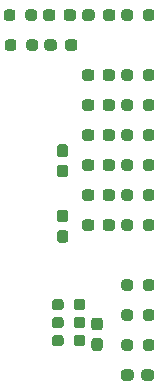
<source format=gbp>
G04 #@! TF.GenerationSoftware,KiCad,Pcbnew,5.1.12-84ad8e8a86~92~ubuntu20.04.1*
G04 #@! TF.CreationDate,2022-01-10T18:06:35+09:00*
G04 #@! TF.ProjectId,LI2026ODP,4c493230-3236-44f4-9450-2e6b69636164,rev?*
G04 #@! TF.SameCoordinates,Original*
G04 #@! TF.FileFunction,Paste,Bot*
G04 #@! TF.FilePolarity,Positive*
%FSLAX46Y46*%
G04 Gerber Fmt 4.6, Leading zero omitted, Abs format (unit mm)*
G04 Created by KiCad (PCBNEW 5.1.12-84ad8e8a86~92~ubuntu20.04.1) date 2022-01-10 18:06:35*
%MOMM*%
%LPD*%
G01*
G04 APERTURE LIST*
G04 APERTURE END LIST*
G04 #@! TO.C,C5*
G36*
G01*
X129469000Y-116602500D02*
X129469000Y-117077500D01*
G75*
G02*
X129231500Y-117315000I-237500J0D01*
G01*
X128631500Y-117315000D01*
G75*
G02*
X128394000Y-117077500I0J237500D01*
G01*
X128394000Y-116602500D01*
G75*
G02*
X128631500Y-116365000I237500J0D01*
G01*
X129231500Y-116365000D01*
G75*
G02*
X129469000Y-116602500I0J-237500D01*
G01*
G37*
G36*
G01*
X131194000Y-116602500D02*
X131194000Y-117077500D01*
G75*
G02*
X130956500Y-117315000I-237500J0D01*
G01*
X130356500Y-117315000D01*
G75*
G02*
X130119000Y-117077500I0J237500D01*
G01*
X130119000Y-116602500D01*
G75*
G02*
X130356500Y-116365000I237500J0D01*
G01*
X130956500Y-116365000D01*
G75*
G02*
X131194000Y-116602500I0J-237500D01*
G01*
G37*
G04 #@! TD*
G04 #@! TO.C,R15*
G36*
G01*
X123525000Y-113681500D02*
X123525000Y-114156500D01*
G75*
G02*
X123287500Y-114394000I-237500J0D01*
G01*
X122787500Y-114394000D01*
G75*
G02*
X122550000Y-114156500I0J237500D01*
G01*
X122550000Y-113681500D01*
G75*
G02*
X122787500Y-113444000I237500J0D01*
G01*
X123287500Y-113444000D01*
G75*
G02*
X123525000Y-113681500I0J-237500D01*
G01*
G37*
G36*
G01*
X125350000Y-113681500D02*
X125350000Y-114156500D01*
G75*
G02*
X125112500Y-114394000I-237500J0D01*
G01*
X124612500Y-114394000D01*
G75*
G02*
X124375000Y-114156500I0J237500D01*
G01*
X124375000Y-113681500D01*
G75*
G02*
X124612500Y-113444000I237500J0D01*
G01*
X125112500Y-113444000D01*
G75*
G02*
X125350000Y-113681500I0J-237500D01*
G01*
G37*
G04 #@! TD*
G04 #@! TO.C,R14*
G36*
G01*
X129392500Y-114062500D02*
X129392500Y-114537500D01*
G75*
G02*
X129155000Y-114775000I-237500J0D01*
G01*
X128655000Y-114775000D01*
G75*
G02*
X128417500Y-114537500I0J237500D01*
G01*
X128417500Y-114062500D01*
G75*
G02*
X128655000Y-113825000I237500J0D01*
G01*
X129155000Y-113825000D01*
G75*
G02*
X129392500Y-114062500I0J-237500D01*
G01*
G37*
G36*
G01*
X131217500Y-114062500D02*
X131217500Y-114537500D01*
G75*
G02*
X130980000Y-114775000I-237500J0D01*
G01*
X130480000Y-114775000D01*
G75*
G02*
X130242500Y-114537500I0J237500D01*
G01*
X130242500Y-114062500D01*
G75*
G02*
X130480000Y-113825000I237500J0D01*
G01*
X130980000Y-113825000D01*
G75*
G02*
X131217500Y-114062500I0J-237500D01*
G01*
G37*
G04 #@! TD*
G04 #@! TO.C,R13*
G36*
G01*
X123525000Y-112157500D02*
X123525000Y-112632500D01*
G75*
G02*
X123287500Y-112870000I-237500J0D01*
G01*
X122787500Y-112870000D01*
G75*
G02*
X122550000Y-112632500I0J237500D01*
G01*
X122550000Y-112157500D01*
G75*
G02*
X122787500Y-111920000I237500J0D01*
G01*
X123287500Y-111920000D01*
G75*
G02*
X123525000Y-112157500I0J-237500D01*
G01*
G37*
G36*
G01*
X125350000Y-112157500D02*
X125350000Y-112632500D01*
G75*
G02*
X125112500Y-112870000I-237500J0D01*
G01*
X124612500Y-112870000D01*
G75*
G02*
X124375000Y-112632500I0J237500D01*
G01*
X124375000Y-112157500D01*
G75*
G02*
X124612500Y-111920000I237500J0D01*
G01*
X125112500Y-111920000D01*
G75*
G02*
X125350000Y-112157500I0J-237500D01*
G01*
G37*
G04 #@! TD*
G04 #@! TO.C,R12*
G36*
G01*
X129392500Y-111522500D02*
X129392500Y-111997500D01*
G75*
G02*
X129155000Y-112235000I-237500J0D01*
G01*
X128655000Y-112235000D01*
G75*
G02*
X128417500Y-111997500I0J237500D01*
G01*
X128417500Y-111522500D01*
G75*
G02*
X128655000Y-111285000I237500J0D01*
G01*
X129155000Y-111285000D01*
G75*
G02*
X129392500Y-111522500I0J-237500D01*
G01*
G37*
G36*
G01*
X131217500Y-111522500D02*
X131217500Y-111997500D01*
G75*
G02*
X130980000Y-112235000I-237500J0D01*
G01*
X130480000Y-112235000D01*
G75*
G02*
X130242500Y-111997500I0J237500D01*
G01*
X130242500Y-111522500D01*
G75*
G02*
X130480000Y-111285000I237500J0D01*
G01*
X130980000Y-111285000D01*
G75*
G02*
X131217500Y-111522500I0J-237500D01*
G01*
G37*
G04 #@! TD*
G04 #@! TO.C,R11*
G36*
G01*
X123525000Y-110633500D02*
X123525000Y-111108500D01*
G75*
G02*
X123287500Y-111346000I-237500J0D01*
G01*
X122787500Y-111346000D01*
G75*
G02*
X122550000Y-111108500I0J237500D01*
G01*
X122550000Y-110633500D01*
G75*
G02*
X122787500Y-110396000I237500J0D01*
G01*
X123287500Y-110396000D01*
G75*
G02*
X123525000Y-110633500I0J-237500D01*
G01*
G37*
G36*
G01*
X125350000Y-110633500D02*
X125350000Y-111108500D01*
G75*
G02*
X125112500Y-111346000I-237500J0D01*
G01*
X124612500Y-111346000D01*
G75*
G02*
X124375000Y-111108500I0J237500D01*
G01*
X124375000Y-110633500D01*
G75*
G02*
X124612500Y-110396000I237500J0D01*
G01*
X125112500Y-110396000D01*
G75*
G02*
X125350000Y-110633500I0J-237500D01*
G01*
G37*
G04 #@! TD*
G04 #@! TO.C,R10*
G36*
G01*
X129392500Y-108982500D02*
X129392500Y-109457500D01*
G75*
G02*
X129155000Y-109695000I-237500J0D01*
G01*
X128655000Y-109695000D01*
G75*
G02*
X128417500Y-109457500I0J237500D01*
G01*
X128417500Y-108982500D01*
G75*
G02*
X128655000Y-108745000I237500J0D01*
G01*
X129155000Y-108745000D01*
G75*
G02*
X129392500Y-108982500I0J-237500D01*
G01*
G37*
G36*
G01*
X131217500Y-108982500D02*
X131217500Y-109457500D01*
G75*
G02*
X130980000Y-109695000I-237500J0D01*
G01*
X130480000Y-109695000D01*
G75*
G02*
X130242500Y-109457500I0J237500D01*
G01*
X130242500Y-108982500D01*
G75*
G02*
X130480000Y-108745000I237500J0D01*
G01*
X130980000Y-108745000D01*
G75*
G02*
X131217500Y-108982500I0J-237500D01*
G01*
G37*
G04 #@! TD*
G04 #@! TO.C,R9*
G36*
G01*
X130242500Y-104377500D02*
X130242500Y-103902500D01*
G75*
G02*
X130480000Y-103665000I237500J0D01*
G01*
X130980000Y-103665000D01*
G75*
G02*
X131217500Y-103902500I0J-237500D01*
G01*
X131217500Y-104377500D01*
G75*
G02*
X130980000Y-104615000I-237500J0D01*
G01*
X130480000Y-104615000D01*
G75*
G02*
X130242500Y-104377500I0J237500D01*
G01*
G37*
G36*
G01*
X128417500Y-104377500D02*
X128417500Y-103902500D01*
G75*
G02*
X128655000Y-103665000I237500J0D01*
G01*
X129155000Y-103665000D01*
G75*
G02*
X129392500Y-103902500I0J-237500D01*
G01*
X129392500Y-104377500D01*
G75*
G02*
X129155000Y-104615000I-237500J0D01*
G01*
X128655000Y-104615000D01*
G75*
G02*
X128417500Y-104377500I0J237500D01*
G01*
G37*
G04 #@! TD*
G04 #@! TO.C,R8*
G36*
G01*
X130242500Y-101837500D02*
X130242500Y-101362500D01*
G75*
G02*
X130480000Y-101125000I237500J0D01*
G01*
X130980000Y-101125000D01*
G75*
G02*
X131217500Y-101362500I0J-237500D01*
G01*
X131217500Y-101837500D01*
G75*
G02*
X130980000Y-102075000I-237500J0D01*
G01*
X130480000Y-102075000D01*
G75*
G02*
X130242500Y-101837500I0J237500D01*
G01*
G37*
G36*
G01*
X128417500Y-101837500D02*
X128417500Y-101362500D01*
G75*
G02*
X128655000Y-101125000I237500J0D01*
G01*
X129155000Y-101125000D01*
G75*
G02*
X129392500Y-101362500I0J-237500D01*
G01*
X129392500Y-101837500D01*
G75*
G02*
X129155000Y-102075000I-237500J0D01*
G01*
X128655000Y-102075000D01*
G75*
G02*
X128417500Y-101837500I0J237500D01*
G01*
G37*
G04 #@! TD*
G04 #@! TO.C,R7*
G36*
G01*
X130242500Y-99297500D02*
X130242500Y-98822500D01*
G75*
G02*
X130480000Y-98585000I237500J0D01*
G01*
X130980000Y-98585000D01*
G75*
G02*
X131217500Y-98822500I0J-237500D01*
G01*
X131217500Y-99297500D01*
G75*
G02*
X130980000Y-99535000I-237500J0D01*
G01*
X130480000Y-99535000D01*
G75*
G02*
X130242500Y-99297500I0J237500D01*
G01*
G37*
G36*
G01*
X128417500Y-99297500D02*
X128417500Y-98822500D01*
G75*
G02*
X128655000Y-98585000I237500J0D01*
G01*
X129155000Y-98585000D01*
G75*
G02*
X129392500Y-98822500I0J-237500D01*
G01*
X129392500Y-99297500D01*
G75*
G02*
X129155000Y-99535000I-237500J0D01*
G01*
X128655000Y-99535000D01*
G75*
G02*
X128417500Y-99297500I0J237500D01*
G01*
G37*
G04 #@! TD*
G04 #@! TO.C,R6*
G36*
G01*
X130242500Y-96757500D02*
X130242500Y-96282500D01*
G75*
G02*
X130480000Y-96045000I237500J0D01*
G01*
X130980000Y-96045000D01*
G75*
G02*
X131217500Y-96282500I0J-237500D01*
G01*
X131217500Y-96757500D01*
G75*
G02*
X130980000Y-96995000I-237500J0D01*
G01*
X130480000Y-96995000D01*
G75*
G02*
X130242500Y-96757500I0J237500D01*
G01*
G37*
G36*
G01*
X128417500Y-96757500D02*
X128417500Y-96282500D01*
G75*
G02*
X128655000Y-96045000I237500J0D01*
G01*
X129155000Y-96045000D01*
G75*
G02*
X129392500Y-96282500I0J-237500D01*
G01*
X129392500Y-96757500D01*
G75*
G02*
X129155000Y-96995000I-237500J0D01*
G01*
X128655000Y-96995000D01*
G75*
G02*
X128417500Y-96757500I0J237500D01*
G01*
G37*
G04 #@! TD*
G04 #@! TO.C,R5*
G36*
G01*
X130242500Y-94217500D02*
X130242500Y-93742500D01*
G75*
G02*
X130480000Y-93505000I237500J0D01*
G01*
X130980000Y-93505000D01*
G75*
G02*
X131217500Y-93742500I0J-237500D01*
G01*
X131217500Y-94217500D01*
G75*
G02*
X130980000Y-94455000I-237500J0D01*
G01*
X130480000Y-94455000D01*
G75*
G02*
X130242500Y-94217500I0J237500D01*
G01*
G37*
G36*
G01*
X128417500Y-94217500D02*
X128417500Y-93742500D01*
G75*
G02*
X128655000Y-93505000I237500J0D01*
G01*
X129155000Y-93505000D01*
G75*
G02*
X129392500Y-93742500I0J-237500D01*
G01*
X129392500Y-94217500D01*
G75*
G02*
X129155000Y-94455000I-237500J0D01*
G01*
X128655000Y-94455000D01*
G75*
G02*
X128417500Y-94217500I0J237500D01*
G01*
G37*
G04 #@! TD*
G04 #@! TO.C,D9*
G36*
G01*
X126156000Y-86122500D02*
X126156000Y-86597500D01*
G75*
G02*
X125918500Y-86835000I-237500J0D01*
G01*
X125343500Y-86835000D01*
G75*
G02*
X125106000Y-86597500I0J237500D01*
G01*
X125106000Y-86122500D01*
G75*
G02*
X125343500Y-85885000I237500J0D01*
G01*
X125918500Y-85885000D01*
G75*
G02*
X126156000Y-86122500I0J-237500D01*
G01*
G37*
G36*
G01*
X127906000Y-86122500D02*
X127906000Y-86597500D01*
G75*
G02*
X127668500Y-86835000I-237500J0D01*
G01*
X127093500Y-86835000D01*
G75*
G02*
X126856000Y-86597500I0J237500D01*
G01*
X126856000Y-86122500D01*
G75*
G02*
X127093500Y-85885000I237500J0D01*
G01*
X127668500Y-85885000D01*
G75*
G02*
X127906000Y-86122500I0J-237500D01*
G01*
G37*
G04 #@! TD*
G04 #@! TO.C,D7*
G36*
G01*
X126128000Y-93742500D02*
X126128000Y-94217500D01*
G75*
G02*
X125890500Y-94455000I-237500J0D01*
G01*
X125315500Y-94455000D01*
G75*
G02*
X125078000Y-94217500I0J237500D01*
G01*
X125078000Y-93742500D01*
G75*
G02*
X125315500Y-93505000I237500J0D01*
G01*
X125890500Y-93505000D01*
G75*
G02*
X126128000Y-93742500I0J-237500D01*
G01*
G37*
G36*
G01*
X127878000Y-93742500D02*
X127878000Y-94217500D01*
G75*
G02*
X127640500Y-94455000I-237500J0D01*
G01*
X127065500Y-94455000D01*
G75*
G02*
X126828000Y-94217500I0J237500D01*
G01*
X126828000Y-93742500D01*
G75*
G02*
X127065500Y-93505000I237500J0D01*
G01*
X127640500Y-93505000D01*
G75*
G02*
X127878000Y-93742500I0J-237500D01*
G01*
G37*
G04 #@! TD*
G04 #@! TO.C,D6*
G36*
G01*
X126128000Y-96282500D02*
X126128000Y-96757500D01*
G75*
G02*
X125890500Y-96995000I-237500J0D01*
G01*
X125315500Y-96995000D01*
G75*
G02*
X125078000Y-96757500I0J237500D01*
G01*
X125078000Y-96282500D01*
G75*
G02*
X125315500Y-96045000I237500J0D01*
G01*
X125890500Y-96045000D01*
G75*
G02*
X126128000Y-96282500I0J-237500D01*
G01*
G37*
G36*
G01*
X127878000Y-96282500D02*
X127878000Y-96757500D01*
G75*
G02*
X127640500Y-96995000I-237500J0D01*
G01*
X127065500Y-96995000D01*
G75*
G02*
X126828000Y-96757500I0J237500D01*
G01*
X126828000Y-96282500D01*
G75*
G02*
X127065500Y-96045000I237500J0D01*
G01*
X127640500Y-96045000D01*
G75*
G02*
X127878000Y-96282500I0J-237500D01*
G01*
G37*
G04 #@! TD*
G04 #@! TO.C,D5*
G36*
G01*
X126128000Y-98822500D02*
X126128000Y-99297500D01*
G75*
G02*
X125890500Y-99535000I-237500J0D01*
G01*
X125315500Y-99535000D01*
G75*
G02*
X125078000Y-99297500I0J237500D01*
G01*
X125078000Y-98822500D01*
G75*
G02*
X125315500Y-98585000I237500J0D01*
G01*
X125890500Y-98585000D01*
G75*
G02*
X126128000Y-98822500I0J-237500D01*
G01*
G37*
G36*
G01*
X127878000Y-98822500D02*
X127878000Y-99297500D01*
G75*
G02*
X127640500Y-99535000I-237500J0D01*
G01*
X127065500Y-99535000D01*
G75*
G02*
X126828000Y-99297500I0J237500D01*
G01*
X126828000Y-98822500D01*
G75*
G02*
X127065500Y-98585000I237500J0D01*
G01*
X127640500Y-98585000D01*
G75*
G02*
X127878000Y-98822500I0J-237500D01*
G01*
G37*
G04 #@! TD*
G04 #@! TO.C,C4*
G36*
G01*
X126602500Y-113059500D02*
X126127500Y-113059500D01*
G75*
G02*
X125890000Y-112822000I0J237500D01*
G01*
X125890000Y-112222000D01*
G75*
G02*
X126127500Y-111984500I237500J0D01*
G01*
X126602500Y-111984500D01*
G75*
G02*
X126840000Y-112222000I0J-237500D01*
G01*
X126840000Y-112822000D01*
G75*
G02*
X126602500Y-113059500I-237500J0D01*
G01*
G37*
G36*
G01*
X126602500Y-114784500D02*
X126127500Y-114784500D01*
G75*
G02*
X125890000Y-114547000I0J237500D01*
G01*
X125890000Y-113947000D01*
G75*
G02*
X126127500Y-113709500I237500J0D01*
G01*
X126602500Y-113709500D01*
G75*
G02*
X126840000Y-113947000I0J-237500D01*
G01*
X126840000Y-114547000D01*
G75*
G02*
X126602500Y-114784500I-237500J0D01*
G01*
G37*
G04 #@! TD*
G04 #@! TO.C,C3*
G36*
G01*
X123681500Y-98380500D02*
X123206500Y-98380500D01*
G75*
G02*
X122969000Y-98143000I0J237500D01*
G01*
X122969000Y-97543000D01*
G75*
G02*
X123206500Y-97305500I237500J0D01*
G01*
X123681500Y-97305500D01*
G75*
G02*
X123919000Y-97543000I0J-237500D01*
G01*
X123919000Y-98143000D01*
G75*
G02*
X123681500Y-98380500I-237500J0D01*
G01*
G37*
G36*
G01*
X123681500Y-100105500D02*
X123206500Y-100105500D01*
G75*
G02*
X122969000Y-99868000I0J237500D01*
G01*
X122969000Y-99268000D01*
G75*
G02*
X123206500Y-99030500I237500J0D01*
G01*
X123681500Y-99030500D01*
G75*
G02*
X123919000Y-99268000I0J-237500D01*
G01*
X123919000Y-99868000D01*
G75*
G02*
X123681500Y-100105500I-237500J0D01*
G01*
G37*
G04 #@! TD*
G04 #@! TO.C,C2*
G36*
G01*
X123206500Y-104565500D02*
X123681500Y-104565500D01*
G75*
G02*
X123919000Y-104803000I0J-237500D01*
G01*
X123919000Y-105403000D01*
G75*
G02*
X123681500Y-105640500I-237500J0D01*
G01*
X123206500Y-105640500D01*
G75*
G02*
X122969000Y-105403000I0J237500D01*
G01*
X122969000Y-104803000D01*
G75*
G02*
X123206500Y-104565500I237500J0D01*
G01*
G37*
G36*
G01*
X123206500Y-102840500D02*
X123681500Y-102840500D01*
G75*
G02*
X123919000Y-103078000I0J-237500D01*
G01*
X123919000Y-103678000D01*
G75*
G02*
X123681500Y-103915500I-237500J0D01*
G01*
X123206500Y-103915500D01*
G75*
G02*
X122969000Y-103678000I0J237500D01*
G01*
X122969000Y-103078000D01*
G75*
G02*
X123206500Y-102840500I237500J0D01*
G01*
G37*
G04 #@! TD*
G04 #@! TO.C,R3*
G36*
G01*
X130242500Y-86597500D02*
X130242500Y-86122500D01*
G75*
G02*
X130480000Y-85885000I237500J0D01*
G01*
X130980000Y-85885000D01*
G75*
G02*
X131217500Y-86122500I0J-237500D01*
G01*
X131217500Y-86597500D01*
G75*
G02*
X130980000Y-86835000I-237500J0D01*
G01*
X130480000Y-86835000D01*
G75*
G02*
X130242500Y-86597500I0J237500D01*
G01*
G37*
G36*
G01*
X128417500Y-86597500D02*
X128417500Y-86122500D01*
G75*
G02*
X128655000Y-85885000I237500J0D01*
G01*
X129155000Y-85885000D01*
G75*
G02*
X129392500Y-86122500I0J-237500D01*
G01*
X129392500Y-86597500D01*
G75*
G02*
X129155000Y-86835000I-237500J0D01*
G01*
X128655000Y-86835000D01*
G75*
G02*
X128417500Y-86597500I0J237500D01*
G01*
G37*
G04 #@! TD*
G04 #@! TO.C,R2*
G36*
G01*
X119439500Y-86122500D02*
X119439500Y-86597500D01*
G75*
G02*
X119202000Y-86835000I-237500J0D01*
G01*
X118702000Y-86835000D01*
G75*
G02*
X118464500Y-86597500I0J237500D01*
G01*
X118464500Y-86122500D01*
G75*
G02*
X118702000Y-85885000I237500J0D01*
G01*
X119202000Y-85885000D01*
G75*
G02*
X119439500Y-86122500I0J-237500D01*
G01*
G37*
G36*
G01*
X121264500Y-86122500D02*
X121264500Y-86597500D01*
G75*
G02*
X121027000Y-86835000I-237500J0D01*
G01*
X120527000Y-86835000D01*
G75*
G02*
X120289500Y-86597500I0J237500D01*
G01*
X120289500Y-86122500D01*
G75*
G02*
X120527000Y-85885000I237500J0D01*
G01*
X121027000Y-85885000D01*
G75*
G02*
X121264500Y-86122500I0J-237500D01*
G01*
G37*
G04 #@! TD*
G04 #@! TO.C,R1*
G36*
G01*
X119526000Y-88662500D02*
X119526000Y-89137500D01*
G75*
G02*
X119288500Y-89375000I-237500J0D01*
G01*
X118788500Y-89375000D01*
G75*
G02*
X118551000Y-89137500I0J237500D01*
G01*
X118551000Y-88662500D01*
G75*
G02*
X118788500Y-88425000I237500J0D01*
G01*
X119288500Y-88425000D01*
G75*
G02*
X119526000Y-88662500I0J-237500D01*
G01*
G37*
G36*
G01*
X121351000Y-88662500D02*
X121351000Y-89137500D01*
G75*
G02*
X121113500Y-89375000I-237500J0D01*
G01*
X120613500Y-89375000D01*
G75*
G02*
X120376000Y-89137500I0J237500D01*
G01*
X120376000Y-88662500D01*
G75*
G02*
X120613500Y-88425000I237500J0D01*
G01*
X121113500Y-88425000D01*
G75*
G02*
X121351000Y-88662500I0J-237500D01*
G01*
G37*
G04 #@! TD*
G04 #@! TO.C,D4*
G36*
G01*
X126128000Y-101362500D02*
X126128000Y-101837500D01*
G75*
G02*
X125890500Y-102075000I-237500J0D01*
G01*
X125315500Y-102075000D01*
G75*
G02*
X125078000Y-101837500I0J237500D01*
G01*
X125078000Y-101362500D01*
G75*
G02*
X125315500Y-101125000I237500J0D01*
G01*
X125890500Y-101125000D01*
G75*
G02*
X126128000Y-101362500I0J-237500D01*
G01*
G37*
G36*
G01*
X127878000Y-101362500D02*
X127878000Y-101837500D01*
G75*
G02*
X127640500Y-102075000I-237500J0D01*
G01*
X127065500Y-102075000D01*
G75*
G02*
X126828000Y-101837500I0J237500D01*
G01*
X126828000Y-101362500D01*
G75*
G02*
X127065500Y-101125000I237500J0D01*
G01*
X127640500Y-101125000D01*
G75*
G02*
X127878000Y-101362500I0J-237500D01*
G01*
G37*
G04 #@! TD*
G04 #@! TO.C,D3*
G36*
G01*
X126128000Y-103902500D02*
X126128000Y-104377500D01*
G75*
G02*
X125890500Y-104615000I-237500J0D01*
G01*
X125315500Y-104615000D01*
G75*
G02*
X125078000Y-104377500I0J237500D01*
G01*
X125078000Y-103902500D01*
G75*
G02*
X125315500Y-103665000I237500J0D01*
G01*
X125890500Y-103665000D01*
G75*
G02*
X126128000Y-103902500I0J-237500D01*
G01*
G37*
G36*
G01*
X127878000Y-103902500D02*
X127878000Y-104377500D01*
G75*
G02*
X127640500Y-104615000I-237500J0D01*
G01*
X127065500Y-104615000D01*
G75*
G02*
X126828000Y-104377500I0J237500D01*
G01*
X126828000Y-103902500D01*
G75*
G02*
X127065500Y-103665000I237500J0D01*
G01*
X127640500Y-103665000D01*
G75*
G02*
X127878000Y-103902500I0J-237500D01*
G01*
G37*
G04 #@! TD*
G04 #@! TO.C,D2*
G36*
G01*
X123653000Y-89137500D02*
X123653000Y-88662500D01*
G75*
G02*
X123890500Y-88425000I237500J0D01*
G01*
X124465500Y-88425000D01*
G75*
G02*
X124703000Y-88662500I0J-237500D01*
G01*
X124703000Y-89137500D01*
G75*
G02*
X124465500Y-89375000I-237500J0D01*
G01*
X123890500Y-89375000D01*
G75*
G02*
X123653000Y-89137500I0J237500D01*
G01*
G37*
G36*
G01*
X121903000Y-89137500D02*
X121903000Y-88662500D01*
G75*
G02*
X122140500Y-88425000I237500J0D01*
G01*
X122715500Y-88425000D01*
G75*
G02*
X122953000Y-88662500I0J-237500D01*
G01*
X122953000Y-89137500D01*
G75*
G02*
X122715500Y-89375000I-237500J0D01*
G01*
X122140500Y-89375000D01*
G75*
G02*
X121903000Y-89137500I0J237500D01*
G01*
G37*
G04 #@! TD*
G04 #@! TO.C,D1*
G36*
G01*
X123526000Y-86597500D02*
X123526000Y-86122500D01*
G75*
G02*
X123763500Y-85885000I237500J0D01*
G01*
X124338500Y-85885000D01*
G75*
G02*
X124576000Y-86122500I0J-237500D01*
G01*
X124576000Y-86597500D01*
G75*
G02*
X124338500Y-86835000I-237500J0D01*
G01*
X123763500Y-86835000D01*
G75*
G02*
X123526000Y-86597500I0J237500D01*
G01*
G37*
G36*
G01*
X121776000Y-86597500D02*
X121776000Y-86122500D01*
G75*
G02*
X122013500Y-85885000I237500J0D01*
G01*
X122588500Y-85885000D01*
G75*
G02*
X122826000Y-86122500I0J-237500D01*
G01*
X122826000Y-86597500D01*
G75*
G02*
X122588500Y-86835000I-237500J0D01*
G01*
X122013500Y-86835000D01*
G75*
G02*
X121776000Y-86597500I0J237500D01*
G01*
G37*
G04 #@! TD*
G04 #@! TO.C,R4*
G36*
G01*
X130242500Y-91677500D02*
X130242500Y-91202500D01*
G75*
G02*
X130480000Y-90965000I237500J0D01*
G01*
X130980000Y-90965000D01*
G75*
G02*
X131217500Y-91202500I0J-237500D01*
G01*
X131217500Y-91677500D01*
G75*
G02*
X130980000Y-91915000I-237500J0D01*
G01*
X130480000Y-91915000D01*
G75*
G02*
X130242500Y-91677500I0J237500D01*
G01*
G37*
G36*
G01*
X128417500Y-91677500D02*
X128417500Y-91202500D01*
G75*
G02*
X128655000Y-90965000I237500J0D01*
G01*
X129155000Y-90965000D01*
G75*
G02*
X129392500Y-91202500I0J-237500D01*
G01*
X129392500Y-91677500D01*
G75*
G02*
X129155000Y-91915000I-237500J0D01*
G01*
X128655000Y-91915000D01*
G75*
G02*
X128417500Y-91677500I0J237500D01*
G01*
G37*
G04 #@! TD*
G04 #@! TO.C,D8*
G36*
G01*
X126128000Y-91202500D02*
X126128000Y-91677500D01*
G75*
G02*
X125890500Y-91915000I-237500J0D01*
G01*
X125315500Y-91915000D01*
G75*
G02*
X125078000Y-91677500I0J237500D01*
G01*
X125078000Y-91202500D01*
G75*
G02*
X125315500Y-90965000I237500J0D01*
G01*
X125890500Y-90965000D01*
G75*
G02*
X126128000Y-91202500I0J-237500D01*
G01*
G37*
G36*
G01*
X127878000Y-91202500D02*
X127878000Y-91677500D01*
G75*
G02*
X127640500Y-91915000I-237500J0D01*
G01*
X127065500Y-91915000D01*
G75*
G02*
X126828000Y-91677500I0J237500D01*
G01*
X126828000Y-91202500D01*
G75*
G02*
X127065500Y-90965000I237500J0D01*
G01*
X127640500Y-90965000D01*
G75*
G02*
X127878000Y-91202500I0J-237500D01*
G01*
G37*
G04 #@! TD*
M02*

</source>
